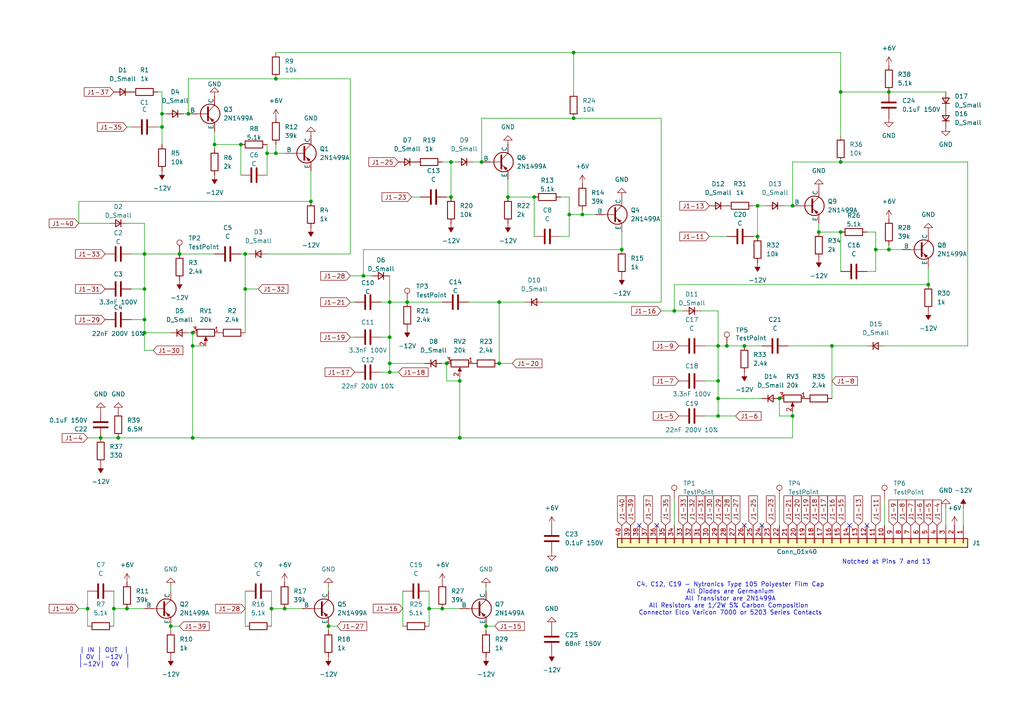
<source format=kicad_sch>
(kicad_sch (version 20250114) (generator "eeschema") (generator_version "9.0")
  (paper "A4")
  (title_block (title "Data 620 DM23 Card"))
  (text "Notched at Pins 7 and 13" (at 257.048 163.068 0) (effects (font (size 1.27 1.27))))
  (text "| IN | OUT  |\n| 0V | -12V |\n|-12V|  0V  |" (at 30.226 190.754 0) (effects (font (size 1.27 1.27))))
  (text "C4, C12, C19 - Nytronics Type 105 Polyester Film Cap\nAll Diodes are Germanium\nAll Transistor are 2N1499A\nAll Resistors are 1/2W 5% Carbon Composition \nConnector Elco Varicon 7000 or 5203 Series Contacts" (at 211.836 173.736 0) (effects (font (size 1.27 1.27))))
  (junction (at 208.28 115.57))
  (junction (at 113.03 105.41))
  (junction (at 133.35 110.49))
  (junction (at 71.12 83.82))
  (junction (at 144.78 87.63))
  (junction (at 229.87 59.69))
  (junction (at 105.41 80.01))
  (junction (at 118.11 87.63))
  (junction (at 62.23 41.91))
  (junction (at 208.28 110.49))
  (junction (at 269.24 82.55))
  (junction (at 130.81 46.99))
  (junction (at 257.81 72.39))
  (junction (at 215.9 100.33))
  (junction (at 243.84 46.99))
  (junction (at 139.7 46.99))
  (junction (at 41.91 92.71))
  (junction (at 34.29 127))
  (junction (at 29.21 127))
  (junction (at 208.28 100.33))
  (junction (at 36.83 176.53))
  (junction (at 90.17 58.42))
  (junction (at 140.97 181.61))
  (junction (at 219.71 59.69))
  (junction (at 52.07 73.66))
  (junction (at 54.61 33.02))
  (junction (at 180.34 72.39))
  (junction (at 241.3 100.33))
  (junction (at 147.32 57.15))
  (junction (at 130.81 57.15))
  (junction (at 95.25 181.61))
  (junction (at 69.85 41.91))
  (junction (at 210.82 100.33))
  (junction (at 41.91 83.82))
  (junction (at 243.84 26.67))
  (junction (at 257.81 26.67))
  (junction (at 154.94 57.15))
  (junction (at 41.91 96.52))
  (junction (at 226.06 115.57))
  (junction (at 55.88 100.33))
  (junction (at 243.84 67.31))
  (junction (at 49.53 181.61))
  (junction (at 229.87 120.65))
  (junction (at 166.37 15.24))
  (junction (at 71.12 73.66))
  (junction (at 80.01 44.45))
  (junction (at 113.03 107.95))
  (junction (at 237.49 67.31))
  (junction (at 82.55 176.53))
  (junction (at 133.35 127))
  (junction (at 168.91 62.23))
  (junction (at 124.46 176.53))
  (junction (at 113.03 97.79))
  (junction (at 33.02 176.53))
  (junction (at 208.28 120.65))
  (junction (at 46.99 36.83))
  (junction (at 77.47 44.45))
  (junction (at 25.4 176.53))
  (junction (at 113.03 87.63))
  (junction (at 129.54 105.41))
  (junction (at 55.88 127))
  (junction (at 166.37 34.29))
  (junction (at 80.01 22.86))
  (junction (at 219.71 68.58))
  (junction (at 55.88 96.52))
  (junction (at 144.78 105.41))
  (junction (at 78.74 176.53))
  (junction (at 128.27 176.53))
  (junction (at 46.99 33.02))
  (junction (at 195.58 90.17))
  (junction (at 165.1 62.23))
  (junction (at 41.91 73.66))
  (junction (at 254 72.39))
  (no_connect (at 215.9 152.4))
  (no_connect (at 246.38 152.4))
  (no_connect (at 190.5 152.4))
  (no_connect (at 220.98 152.4))
  (no_connect (at 185.42 152.4))
  (no_connect (at 251.46 152.4))
  (wire (pts (xy 25.4 127) (xy 29.21 127)))
  (wire (pts (xy 22.86 58.42) (xy 22.86 64.77)))
  (wire (pts (xy 36.83 176.53) (xy 41.91 176.53)))
  (wire (pts (xy 22.86 176.53) (xy 25.4 176.53)))
  (wire (pts (xy 52.07 181.61) (xy 49.53 181.61)))
  (wire (pts (xy 121.92 57.15) (xy 119.38 57.15)))
  (wire (pts (xy 274.32 147.32) (xy 274.32 152.4)))
  (wire (pts (xy 195.58 144.78) (xy 195.58 152.4)))
  (wire (pts (xy 80.01 44.45) (xy 82.55 44.45)))
  (wire (pts (xy 210.82 68.58) (xy 205.74 68.58)))
  (wire (pts (xy 229.87 59.69) (xy 229.87 46.99)))
  (wire (pts (xy 162.56 68.58) (xy 165.1 68.58)))
  (wire (pts (xy 124.46 176.53) (xy 124.46 181.61)))
  (wire (pts (xy 41.91 73.66) (xy 52.07 73.66)))
  (wire (pts (xy 129.54 110.49) (xy 133.35 110.49)))
  (wire (pts (xy 218.44 68.58) (xy 219.71 68.58)))
  (wire (pts (xy 208.28 100.33) (xy 210.82 100.33)))
  (wire (pts (xy 46.99 33.02) (xy 46.99 36.83)))
  (wire (pts (xy 195.58 82.55) (xy 269.24 82.55)))
  (wire (pts (xy 101.6 97.79) (xy 102.87 97.79)))
  (wire (pts (xy 257.81 26.67) (xy 274.32 26.67)))
  (wire (pts (xy 137.16 46.99) (xy 139.7 46.99)))
  (wire (pts (xy 128.27 176.53) (xy 133.35 176.53)))
  (wire (pts (xy 55.88 127) (xy 34.29 127)))
  (wire (pts (xy 118.11 87.63) (xy 128.27 87.63)))
  (wire (pts (xy 210.82 100.33) (xy 215.9 100.33)))
  (wire (pts (xy 140.97 181.61) (xy 140.97 182.88)))
  (wire (pts (xy 113.03 87.63) (xy 118.11 87.63)))
  (wire (pts (xy 95.25 181.61) (xy 95.25 182.88)))
  (wire (pts (xy 95.25 170.18) (xy 95.25 171.45)))
  (wire (pts (xy 62.23 38.1) (xy 62.23 41.91)))
  (wire (pts (xy 54.61 33.02) (xy 54.61 22.86)))
  (wire (pts (xy 55.88 127) (xy 133.35 127)))
  (wire (pts (xy 165.1 62.23) (xy 165.1 68.58)))
  (wire (pts (xy 41.91 101.6) (xy 41.91 96.52)))
  (wire (pts (xy 168.91 60.96) (xy 168.91 62.23)))
  (wire (pts (xy 251.46 67.31) (xy 254 67.31)))
  (wire (pts (xy 204.47 120.65) (xy 208.28 120.65)))
  (wire (pts (xy 80.01 15.24) (xy 166.37 15.24)))
  (wire (pts (xy 280.67 100.33) (xy 256.54 100.33)))
  (wire (pts (xy 208.28 100.33) (xy 208.28 110.49)))
  (wire (pts (xy 78.74 171.45) (xy 78.74 176.53)))
  (wire (pts (xy 22.86 58.42) (xy 90.17 58.42)))
  (wire (pts (xy 208.28 90.17) (xy 208.28 100.33)))
  (wire (pts (xy 133.35 127) (xy 229.87 127)))
  (wire (pts (xy 228.6 100.33) (xy 241.3 100.33)))
  (wire (pts (xy 269.24 77.47) (xy 269.24 82.55)))
  (wire (pts (xy 208.28 115.57) (xy 208.28 110.49)))
  (wire (pts (xy 237.49 67.31) (xy 243.84 67.31)))
  (wire (pts (xy 33.02 176.53) (xy 33.02 181.61)))
  (wire (pts (xy 80.01 41.91) (xy 80.01 44.45)))
  (wire (pts (xy 144.78 87.63) (xy 152.4 87.63)))
  (wire (pts (xy 139.7 46.99) (xy 139.7 34.29)))
  (wire (pts (xy 165.1 57.15) (xy 165.1 62.23)))
  (wire (pts (xy 55.88 100.33) (xy 55.88 127)))
  (wire (pts (xy 80.01 22.86) (xy 101.6 22.86)))
  (wire (pts (xy 195.58 90.17) (xy 198.12 90.17)))
  (wire (pts (xy 241.3 100.33) (xy 241.3 115.57)))
  (wire (pts (xy 41.91 96.52) (xy 41.91 92.71)))
  (wire (pts (xy 22.86 64.77) (xy 31.75 64.77)))
  (wire (pts (xy 78.74 176.53) (xy 82.55 176.53)))
  (wire (pts (xy 38.1 73.66) (xy 41.91 73.66)))
  (wire (pts (xy 113.03 80.01) (xy 113.03 87.63)))
  (wire (pts (xy 105.41 72.39) (xy 180.34 72.39)))
  (wire (pts (xy 101.6 80.01) (xy 105.41 80.01)))
  (wire (pts (xy 105.41 80.01) (xy 107.95 80.01)))
  (wire (pts (xy 227.33 59.69) (xy 229.87 59.69)))
  (wire (pts (xy 257.81 71.12) (xy 257.81 72.39)))
  (wire (pts (xy 123.19 105.41) (xy 113.03 105.41)))
  (wire (pts (xy 69.85 41.91) (xy 69.85 50.8)))
  (wire (pts (xy 97.79 181.61) (xy 95.25 181.61)))
  (wire (pts (xy 41.91 96.52) (xy 49.53 96.52)))
  (wire (pts (xy 226.06 120.65) (xy 226.06 115.57)))
  (wire (pts (xy 204.47 110.49) (xy 208.28 110.49)))
  (wire (pts (xy 29.21 127) (xy 34.29 127)))
  (wire (pts (xy 129.54 110.49) (xy 129.54 105.41)))
  (wire (pts (xy 110.49 107.95) (xy 113.03 107.95)))
  (wire (pts (xy 41.91 64.77) (xy 41.91 73.66)))
  (wire (pts (xy 49.53 170.18) (xy 49.53 171.45)))
  (wire (pts (xy 101.6 87.63) (xy 102.87 87.63)))
  (wire (pts (xy 113.03 105.41) (xy 113.03 107.95)))
  (wire (pts (xy 124.46 171.45) (xy 124.46 176.53)))
  (wire (pts (xy 41.91 101.6) (xy 44.45 101.6)))
  (wire (pts (xy 218.44 59.69) (xy 219.71 59.69)))
  (wire (pts (xy 105.41 72.39) (xy 105.41 80.01)))
  (wire (pts (xy 110.49 87.63) (xy 113.03 87.63)))
  (wire (pts (xy 130.81 57.15) (xy 129.54 57.15)))
  (wire (pts (xy 195.58 82.55) (xy 195.58 90.17)))
  (wire (pts (xy 254 67.31) (xy 254 72.39)))
  (wire (pts (xy 41.91 73.66) (xy 41.91 83.82)))
  (wire (pts (xy 237.49 64.77) (xy 237.49 67.31)))
  (wire (pts (xy 204.47 100.33) (xy 208.28 100.33)))
  (wire (pts (xy 113.03 107.95) (xy 115.57 107.95)))
  (wire (pts (xy 77.47 44.45) (xy 80.01 44.45)))
  (wire (pts (xy 165.1 62.23) (xy 168.91 62.23)))
  (wire (pts (xy 54.61 22.86) (xy 80.01 22.86)))
  (wire (pts (xy 113.03 87.63) (xy 113.03 97.79)))
  (wire (pts (xy 71.12 83.82) (xy 74.93 83.82)))
  (wire (pts (xy 55.88 100.33) (xy 59.69 100.33)))
  (wire (pts (xy 229.87 120.65) (xy 229.87 127)))
  (wire (pts (xy 243.84 15.24) (xy 243.84 26.67)))
  (wire (pts (xy 33.02 171.45) (xy 33.02 176.53)))
  (wire (pts (xy 71.12 73.66) (xy 72.39 73.66)))
  (wire (pts (xy 180.34 72.39) (xy 180.34 67.31)))
  (wire (pts (xy 135.89 87.63) (xy 144.78 87.63)))
  (wire (pts (xy 55.88 96.52) (xy 54.61 96.52)))
  (wire (pts (xy 226.06 144.78) (xy 226.06 152.4)))
  (wire (pts (xy 41.91 83.82) (xy 41.91 92.71)))
  (wire (pts (xy 101.6 73.66) (xy 77.47 73.66)))
  (wire (pts (xy 143.51 181.61) (xy 140.97 181.61)))
  (wire (pts (xy 251.46 78.74) (xy 254 78.74)))
  (wire (pts (xy 243.84 46.99) (xy 280.67 46.99)))
  (wire (pts (xy 147.32 52.07) (xy 147.32 57.15)))
  (wire (pts (xy 166.37 15.24) (xy 243.84 15.24)))
  (wire (pts (xy 144.78 87.63) (xy 144.78 105.41)))
  (wire (pts (xy 49.53 181.61) (xy 49.53 182.88)))
  (wire (pts (xy 191.77 87.63) (xy 191.77 34.29)))
  (wire (pts (xy 166.37 15.24) (xy 166.37 26.67)))
  (wire (pts (xy 82.55 176.53) (xy 87.63 176.53)))
  (wire (pts (xy 46.99 36.83) (xy 45.72 36.83)))
  (wire (pts (xy 110.49 97.79) (xy 113.03 97.79)))
  (wire (pts (xy 41.91 64.77) (xy 36.83 64.77)))
  (wire (pts (xy 208.28 120.65) (xy 213.36 120.65)))
  (wire (pts (xy 148.59 105.41) (xy 144.78 105.41)))
  (wire (pts (xy 243.84 26.67) (xy 243.84 39.37)))
  (wire (pts (xy 256.54 144.78) (xy 256.54 152.4)))
  (wire (pts (xy 71.12 171.45) (xy 71.12 181.61)))
  (wire (pts (xy 279.4 147.32) (xy 279.4 152.4)))
  (wire (pts (xy 166.37 34.29) (xy 191.77 34.29)))
  (wire (pts (xy 38.1 83.82) (xy 41.91 83.82)))
  (wire (pts (xy 77.47 41.91) (xy 77.47 44.45)))
  (wire (pts (xy 78.74 176.53) (xy 78.74 181.61)))
  (wire (pts (xy 90.17 49.53) (xy 90.17 58.42)))
  (wire (pts (xy 101.6 22.86) (xy 101.6 73.66)))
  (wire (pts (xy 191.77 90.17) (xy 195.58 90.17)))
  (wire (pts (xy 25.4 176.53) (xy 25.4 181.61)))
  (wire (pts (xy 45.72 26.67) (xy 46.99 26.67)))
  (wire (pts (xy 139.7 34.29) (xy 166.37 34.29)))
  (wire (pts (xy 25.4 171.45) (xy 25.4 176.53)))
  (wire (pts (xy 62.23 41.91) (xy 62.23 43.18)))
  (wire (pts (xy 229.87 119.38) (xy 229.87 120.65)))
  (wire (pts (xy 140.97 170.18) (xy 140.97 171.45)))
  (wire (pts (xy 130.81 46.99) (xy 130.81 57.15)))
  (wire (pts (xy 241.3 100.33) (xy 251.46 100.33)))
  (wire (pts (xy 62.23 41.91) (xy 69.85 41.91)))
  (wire (pts (xy 219.71 59.69) (xy 222.25 59.69)))
  (wire (pts (xy 46.99 36.83) (xy 46.99 41.91)))
  (wire (pts (xy 168.91 62.23) (xy 172.72 62.23)))
  (wire (pts (xy 215.9 100.33) (xy 220.98 100.33)))
  (wire (pts (xy 46.99 33.02) (xy 48.26 33.02)))
  (wire (pts (xy 154.94 57.15) (xy 154.94 68.58)))
  (wire (pts (xy 254 72.39) (xy 257.81 72.39)))
  (wire (pts (xy 69.85 73.66) (xy 71.12 73.66)))
  (wire (pts (xy 162.56 57.15) (xy 165.1 57.15)))
  (wire (pts (xy 46.99 26.67) (xy 46.99 33.02)))
  (wire (pts (xy 229.87 46.99) (xy 243.84 46.99)))
  (wire (pts (xy 280.67 46.99) (xy 280.67 100.33)))
  (wire (pts (xy 55.88 96.52) (xy 55.88 100.33)))
  (wire (pts (xy 38.1 92.71) (xy 41.91 92.71)))
  (wire (pts (xy 208.28 120.65) (xy 208.28 115.57)))
  (wire (pts (xy 133.35 110.49) (xy 133.35 127)))
  (wire (pts (xy 130.81 46.99) (xy 132.08 46.99)))
  (wire (pts (xy 226.06 120.65) (xy 229.87 120.65)))
  (wire (pts (xy 147.32 57.15) (xy 154.94 57.15)))
  (wire (pts (xy 124.46 176.53) (xy 128.27 176.53)))
  (wire (pts (xy 77.47 44.45) (xy 77.47 50.8)))
  (wire (pts (xy 157.48 87.63) (xy 191.77 87.63)))
  (wire (pts (xy 208.28 115.57) (xy 220.98 115.57)))
  (wire (pts (xy 53.34 33.02) (xy 54.61 33.02)))
  (wire (pts (xy 254 72.39) (xy 254 78.74)))
  (wire (pts (xy 257.81 72.39) (xy 261.62 72.39)))
  (wire (pts (xy 71.12 73.66) (xy 71.12 83.82)))
  (wire (pts (xy 52.07 73.66) (xy 62.23 73.66)))
  (wire (pts (xy 243.84 26.67) (xy 257.81 26.67)))
  (wire (pts (xy 203.2 90.17) (xy 208.28 90.17)))
  (wire (pts (xy 129.54 105.41) (xy 128.27 105.41)))
  (wire (pts (xy 116.84 171.45) (xy 116.84 181.61)))
  (wire (pts (xy 33.02 176.53) (xy 36.83 176.53)))
  (wire (pts (xy 243.84 67.31) (xy 243.84 78.74)))
  (wire (pts (xy 219.71 59.69) (xy 219.71 68.58)))
  (wire (pts (xy 133.35 110.49) (xy 133.35 109.22)))
  (wire (pts (xy 71.12 96.52) (xy 71.12 83.82)))
  (wire (pts (xy 130.81 46.99) (xy 128.27 46.99)))
  (wire (pts (xy 38.1 36.83) (xy 36.83 36.83)))
  (wire (pts (xy 113.03 105.41) (xy 113.03 97.79)))
  (global_label "J1-7" (shape input) (at 196.85 110.49 180) (property "Intersheetrefs" "${INTERSHEET_REFS}" (effects (hide yes))))
  (global_label "J1-27" (shape input) (at 97.79 181.61 0) (property "Intersheetrefs" "${INTERSHEET_REFS}" (effects (hide yes))))
  (global_label "J1-7" (shape input) (at 264.16 152.4 90) (property "Intersheetrefs" "${INTERSHEET_REFS}" (effects (hide yes))))
  (global_label "J1-37" (shape input) (at 33.02 26.67 180) (property "Intersheetrefs" "${INTERSHEET_REFS}" (effects (hide yes))))
  (global_label "J1-28" (shape input) (at 71.12 176.53 180) (property "Intersheetrefs" "${INTERSHEET_REFS}" (effects (hide yes))))
  (global_label "J1-28" (shape input) (at 101.6 80.01 180) (property "Intersheetrefs" "${INTERSHEET_REFS}" (effects (hide yes))))
  (global_label "J1-40" (shape input) (at 180.34 152.4 90) (property "Intersheetrefs" "${INTERSHEET_REFS}" (effects (hide yes))))
  (global_label "J1-9" (shape input) (at 259.08 152.4 90) (property "Intersheetrefs" "${INTERSHEET_REFS}" (effects (hide yes))))
  (global_label "J1-40" (shape input) (at 22.86 176.53 180) (property "Intersheetrefs" "${INTERSHEET_REFS}" (effects (hide yes))))
  (global_label "J1-23" (shape input) (at 119.38 57.15 180) (property "Intersheetrefs" "${INTERSHEET_REFS}" (effects (hide yes))))
  (global_label "J1-28" (shape input) (at 210.82 152.4 90) (property "Intersheetrefs" "${INTERSHEET_REFS}" (effects (hide yes))))
  (global_label "J1-17" (shape input) (at 238.76 152.4 90) (property "Intersheetrefs" "${INTERSHEET_REFS}" (effects (hide yes))))
  (global_label "J1-5" (shape input) (at 269.24 152.4 90) (property "Intersheetrefs" "${INTERSHEET_REFS}" (effects (hide yes))))
  (global_label "J1-13" (shape input) (at 248.92 152.4 90) (property "Intersheetrefs" "${INTERSHEET_REFS}" (effects (hide yes))))
  (global_label "J1-27" (shape input) (at 213.36 152.4 90) (property "Intersheetrefs" "${INTERSHEET_REFS}" (effects (hide yes))))
  (global_label "J1-20" (shape input) (at 148.59 105.41 0) (property "Intersheetrefs" "${INTERSHEET_REFS}" (effects (hide yes))))
  (global_label "J1-18" (shape input) (at 236.22 152.4 90) (property "Intersheetrefs" "${INTERSHEET_REFS}" (effects (hide yes))))
  (global_label "J1-6" (shape input) (at 213.36 120.65 0) (property "Intersheetrefs" "${INTERSHEET_REFS}" (effects (hide yes))))
  (global_label "J1-25" (shape input) (at 115.57 46.99 180) (property "Intersheetrefs" "${INTERSHEET_REFS}" (effects (hide yes))))
  (global_label "J1-39" (shape input) (at 52.07 181.61 0) (property "Intersheetrefs" "${INTERSHEET_REFS}" (effects (hide yes))))
  (global_label "J1-30" (shape input) (at 205.74 152.4 90) (property "Intersheetrefs" "${INTERSHEET_REFS}" (effects (hide yes))))
  (global_label "J1-31" (shape input) (at 30.48 83.82 180) (property "Intersheetrefs" "${INTERSHEET_REFS}" (effects (hide yes))))
  (global_label "J1-23" (shape input) (at 223.52 152.4 90) (property "Intersheetrefs" "${INTERSHEET_REFS}" (effects (hide yes))))
  (global_label "J1-39" (shape input) (at 182.88 152.4 90) (property "Intersheetrefs" "${INTERSHEET_REFS}" (effects (hide yes))))
  (global_label "J1-20" (shape input) (at 231.14 152.4 90) (property "Intersheetrefs" "${INTERSHEET_REFS}" (effects (hide yes))))
  (global_label "J1-33" (shape input) (at 30.48 73.66 180) (property "Intersheetrefs" "${INTERSHEET_REFS}" (effects (hide yes))))
  (global_label "J1-17" (shape input) (at 102.87 107.95 180) (property "Intersheetrefs" "${INTERSHEET_REFS}" (effects (hide yes))))
  (global_label "J1-21" (shape input) (at 228.6 152.4 90) (property "Intersheetrefs" "${INTERSHEET_REFS}" (effects (hide yes))))
  (global_label "J1-16" (shape input) (at 191.77 90.17 180) (property "Intersheetrefs" "${INTERSHEET_REFS}" (effects (hide yes))))
  (global_label "J1-9" (shape input) (at 196.85 100.33 180) (property "Intersheetrefs" "${INTERSHEET_REFS}" (effects (hide yes))))
  (global_label "J1-21" (shape input) (at 101.6 87.63 180) (property "Intersheetrefs" "${INTERSHEET_REFS}" (effects (hide yes))))
  (global_label "J1-13" (shape input) (at 205.74 59.69 180) (property "Intersheetrefs" "${INTERSHEET_REFS}" (effects (hide yes))))
  (global_label "J1-25" (shape input) (at 218.44 152.4 90) (property "Intersheetrefs" "${INTERSHEET_REFS}" (effects (hide yes))))
  (global_label "J1-35" (shape input) (at 36.83 36.83 180) (property "Intersheetrefs" "${INTERSHEET_REFS}" (effects (hide yes))))
  (global_label "J1-5" (shape input) (at 196.85 120.65 180) (property "Intersheetrefs" "${INTERSHEET_REFS}" (effects (hide yes))))
  (global_label "J1-29" (shape input) (at 30.48 92.71 180) (property "Intersheetrefs" "${INTERSHEET_REFS}" (effects (hide yes))))
  (global_label "J1-6" (shape input) (at 266.7 152.4 90) (property "Intersheetrefs" "${INTERSHEET_REFS}" (effects (hide yes))))
  (global_label "J1-32" (shape input) (at 74.93 83.82 0) (property "Intersheetrefs" "${INTERSHEET_REFS}" (effects (hide yes))))
  (global_label "J1-31" (shape input) (at 203.2 152.4 90) (property "Intersheetrefs" "${INTERSHEET_REFS}" (effects (hide yes))))
  (global_label "J1-32" (shape input) (at 200.66 152.4 90) (property "Intersheetrefs" "${INTERSHEET_REFS}" (effects (hide yes))))
  (global_label "J1-18" (shape input) (at 115.57 107.95 0) (property "Intersheetrefs" "${INTERSHEET_REFS}" (effects (hide yes))))
  (global_label "J1-35" (shape input) (at 193.04 152.4 90) (property "Intersheetrefs" "${INTERSHEET_REFS}" (effects (hide yes))))
  (global_label "J1-15" (shape input) (at 243.84 152.4 90) (property "Intersheetrefs" "${INTERSHEET_REFS}" (effects (hide yes))))
  (global_label "J1-8" (shape input) (at 241.3 110.49 0) (property "Intersheetrefs" "${INTERSHEET_REFS}" (effects (hide yes))))
  (global_label "J1-19" (shape input) (at 233.68 152.4 90) (property "Intersheetrefs" "${INTERSHEET_REFS}" (effects (hide yes))))
  (global_label "J1-40" (shape input) (at 22.86 64.77 180) (property "Intersheetrefs" "${INTERSHEET_REFS}" (effects (hide yes))))
  (global_label "J1-19" (shape input) (at 101.6 97.79 180) (property "Intersheetrefs" "${INTERSHEET_REFS}" (effects (hide yes))))
  (global_label "J1-16" (shape input) (at 241.3 152.4 90) (property "Intersheetrefs" "${INTERSHEET_REFS}" (effects (hide yes))))
  (global_label "J1-11" (shape input) (at 205.74 68.58 180) (property "Intersheetrefs" "${INTERSHEET_REFS}" (effects (hide yes))))
  (global_label "J1-15" (shape input) (at 143.51 181.61 0) (property "Intersheetrefs" "${INTERSHEET_REFS}" (effects (hide yes))))
  (global_label "J1-11" (shape input) (at 254 152.4 90) (property "Intersheetrefs" "${INTERSHEET_REFS}" (effects (hide yes))))
  (global_label "J1-37" (shape input) (at 187.96 152.4 90) (property "Intersheetrefs" "${INTERSHEET_REFS}" (effects (hide yes))))
  (global_label "J1-30" (shape input) (at 44.45 101.6 0) (property "Intersheetrefs" "${INTERSHEET_REFS}" (effects (hide yes))))
  (global_label "J1-29" (shape input) (at 208.28 152.4 90) (property "Intersheetrefs" "${INTERSHEET_REFS}" (effects (hide yes))))
  (global_label "J1-4" (shape input) (at 271.78 152.4 90) (property "Intersheetrefs" "${INTERSHEET_REFS}" (effects (hide yes))))
  (global_label "J1-4" (shape input) (at 25.4 127 180) (property "Intersheetrefs" "${INTERSHEET_REFS}" (effects (hide yes))))
  (global_label "J1-16" (shape input) (at 116.84 176.4908 180) (property "Intersheetrefs" "${INTERSHEET_REFS}" (effects (hide yes))))
  (global_label "J1-8" (shape input) (at 261.62 152.4 90) (property "Intersheetrefs" "${INTERSHEET_REFS}" (effects (hide yes))))
  (global_label "J1-33" (shape input) (at 198.12 152.4 90) (property "Intersheetrefs" "${INTERSHEET_REFS}" (effects (hide yes))))
  (symbol (lib_id "Device:C") (at 34.29 73.66 90) (unit 1)
    (property "Reference" "C2" (at 34.29 67.564 90))
    (property "Value" "C" (at 34.29 70.104 90))
    (property "Footprint" "Capacitor_THT:C_Rect_L9.0mm_W2.5mm_P7.50mm_MKT" (effects (hide yes)))
    (property "Description" "Unpolarized capacitor" (effects (hide yes)))
  )
  (symbol (lib_id "Device:R") (at 158.75 57.15 270) (unit 1)
    (property "Reference" "R13" (at 158.75 52.324 90))
    (property "Value" "5.1k" (at 158.75 54.864 90))
    (property "Footprint" "Resistor_THT:R_Axial_DIN0309_L9.0mm_D3.2mm_P15.24mm_Horizontal" (effects (hide yes)))
    (property "Description" "Resistor" (effects (hide yes)))
  )
  (symbol (lib_id "power:-12V") (at 130.81 64.77 180) (unit 1)
    (property "Reference" "#PWR035" (effects (hide yes)))
    (property "Value" "-12V" (at 130.81 69.85 0))
    (property "Description" "Power symbol creates a global label with name \"-12V\"" (effects (hide yes)))
  )
  (symbol (lib_id "Device:R") (at 67.31 96.52 270) (unit 1)
    (property "Reference" "R2" (at 67.31 90.17 90))
    (property "Value" "2.4k" (at 67.31 92.71 90))
    (property "Footprint" "Resistor_THT:R_Axial_DIN0309_L9.0mm_D3.2mm_P15.24mm_Horizontal" (effects (hide yes)))
    (property "Description" "Resistor" (effects (hide yes)))
  )
  (symbol (lib_id "Device:R") (at 269.24 86.36 0) (unit 1)
    (property "Reference" "R30" (at 271.78 85.0899 0) (effects (justify left)))
    (property "Value" "1k" (at 271.78 87.6299 0) (effects (justify left)))
    (property "Footprint" "Resistor_THT:R_Axial_DIN0309_L9.0mm_D3.2mm_P15.24mm_Horizontal" (effects (hide yes)))
    (property "Description" "Resistor" (effects (hide yes)))
  )
  (symbol (lib_id "power:GND") (at 62.23 27.94 180) (unit 1)
    (property "Reference" "#PWR06" (effects (hide yes)))
    (property "Value" "GND" (at 62.23 24.384 0))
    (property "Description" "Power symbol creates a global label with name \"GND\" , ground" (effects (hide yes)))
  )
  (symbol (lib_id "Device:D_Small") (at 274.32 29.21 90) (unit 1)
    (property "Reference" "D17" (at 276.86 27.9399 90) (effects (justify right)))
    (property "Value" "D_Small" (at 276.86 30.4799 90) (effects (justify right)))
    (property "Footprint" "Diode_THT:D_A-405_P12.70mm_Horizontal" (effects (hide yes)))
    (property "Description" "Diode, small symbol" (effects (hide yes)))
    (property "Sim.Device" "D" (effects (hide yes)))
    (property "Sim.Pins" "1=K 2=A" (effects (hide yes)))
  )
  (symbol (lib_id "power:+6V") (at 257.81 63.5 0) (unit 1)
    (property "Reference" "#PWR016" (effects (hide yes)))
    (property "Value" "+6V" (at 257.81 58.42 0))
    (property "Description" "Power symbol creates a global label with name \"+6V\"" (effects (hide yes)))
  )
  (symbol (lib_id "power:-12V") (at 52.07 81.28 180) (unit 1)
    (property "Reference" "#PWR034" (effects (hide yes)))
    (property "Value" "-12V" (at 52.07 86.36 0))
    (property "Description" "Power symbol creates a global label with name \"-12V\"" (effects (hide yes)))
  )
  (symbol (lib_id "Device:D_Small") (at 224.79 59.69 180) (unit 1)
    (property "Reference" "D13" (at 224.79 53.34 0))
    (property "Value" "D_Small" (at 224.79 55.88 0))
    (property "Footprint" "Diode_THT:D_A-405_P12.70mm_Horizontal" (effects (hide yes)))
    (property "Description" "Diode, small symbol" (effects (hide yes)))
    (property "Sim.Device" "D" (effects (hide yes)))
    (property "Sim.Pins" "1=K 2=A" (effects (hide yes)))
  )
  (symbol (lib_id "power:GND") (at 140.97 170.18 180) (unit 1)
    (property "Reference" "#PWR017" (effects (hide yes)))
    (property "Value" "GND" (at 140.97 165.1 0))
    (property "Description" "Power symbol creates a global label with name \"GND\" , ground" (effects (hide yes)))
  )
  (symbol (lib_id "Device:R") (at 29.21 130.81 180) (unit 1)
    (property "Reference" "R37" (at 31.75 129.5399 0) (effects (justify right)))
    (property "Value" "330" (at 31.75 132.0799 0) (effects (justify right)))
    (property "Footprint" "Resistor_THT:R_Axial_DIN0309_L9.0mm_D3.2mm_P15.24mm_Horizontal" (effects (hide yes)))
    (property "Description" "Resistor" (effects (hide yes)))
  )
  (symbol (lib_id "Device:R") (at 140.97 186.69 180) (unit 1)
    (property "Reference" "R29" (at 143.51 185.4199 0) (effects (justify right)))
    (property "Value" "1k" (at 143.51 187.9599 0) (effects (justify right)))
    (property "Footprint" "Resistor_THT:R_Axial_DIN0309_L9.0mm_D3.2mm_P15.24mm_Horizontal" (effects (hide yes)))
    (property "Description" "Resistor" (effects (hide yes)))
  )
  (symbol (lib_id "Device:C") (at 158.75 68.58 270) (unit 1)
    (property "Reference" "C8" (at 158.75 60.96 90))
    (property "Value" "C" (at 158.75 63.5 90))
    (property "Footprint" "Capacitor_THT:C_Rect_L9.0mm_W2.5mm_P7.50mm_MKT" (effects (hide yes)))
    (property "Description" "Unpolarized capacitor" (effects (hide yes)))
  )
  (symbol (lib_id "Simulation_SPICE:PNP") (at 92.71 176.53 0) (unit 1)
    (property "Reference" "Q5" (at 97.79 175.2599 0) (effects (justify left)))
    (property "Value" "2N1499A" (at 97.79 177.7999 0) (effects (justify left)))
    (property "Footprint" "Package_TO_SOT_THT:TO-39-3" (effects (hide yes)))
    (property "Datasheet" "https://ngspice.sourceforge.io/docs/ngspice-html-manual/manual.xhtml#cha_BJTs" (effects (hide yes)))
    (property "Description" "Bipolar transistor symbol for simulation only, substrate tied to the emitter" (effects (hide yes)))
    (property "Sim.Device" "PNP" (effects (hide yes)))
    (property "Sim.Type" "GUMMELPOON" (effects (hide yes)))
    (property "Sim.Pins" "1=C 2=B 3=E" (effects (hide yes)))
  )
  (symbol (lib_id "power:GND") (at 34.29 119.38 180) (unit 1)
    (property "Reference" "#PWR030" (effects (hide yes)))
    (property "Value" "GND" (at 34.29 114.3 0))
    (property "Description" "Power symbol creates a global label with name \"GND\" , ground" (effects (hide yes)))
  )
  (symbol (lib_id "Connector:TestPoint") (at 118.11 87.63 0) (unit 1)
    (property "Reference" "TP3" (at 120.65 83.0579 0) (effects (justify left)))
    (property "Value" "TestPoint" (at 120.65 85.5979 0) (effects (justify left)))
    (property "Footprint" "TestPoint:TestPoint_Keystone_5000-5004_Miniature" (effects (hide yes)))
    (property "Description" "test point" (effects (hide yes)))
  )
  (symbol (lib_id "power:-12V") (at 279.4 147.32 0) (unit 1)
    (property "Reference" "#PWR039" (effects (hide yes)))
    (property "Value" "-12V" (at 279.4 142.24 0))
    (property "Description" "Power symbol creates a global label with name \"-12V\"" (effects (hide yes)))
  )
  (symbol (lib_id "Connector:TestPoint") (at 52.07 73.66 0) (unit 1)
    (property "Reference" "TP2" (at 54.61 69.0879 0) (effects (justify left)))
    (property "Value" "TestPoint" (at 54.61 71.6279 0) (effects (justify left)))
    (property "Footprint" "TestPoint:TestPoint_Keystone_5000-5004_Miniature" (effects (hide yes)))
    (property "Description" "test point" (effects (hide yes)))
  )
  (symbol (lib_id "Device:R") (at 90.17 62.23 0) (unit 1)
    (property "Reference" "R4" (at 92.71 60.9599 0) (effects (justify left)))
    (property "Value" "1k" (at 92.71 63.4999 0) (effects (justify left)))
    (property "Footprint" "Resistor_THT:R_Axial_DIN0309_L9.0mm_D3.2mm_P15.24mm_Horizontal" (effects (hide yes)))
    (property "Description" "Resistor" (effects (hide yes)))
  )
  (symbol (lib_id "power:-12V") (at 118.11 95.25 180) (unit 1)
    (property "Reference" "#PWR038" (effects (hide yes)))
    (property "Value" "-12V" (at 118.11 100.33 0))
    (property "Description" "Power symbol creates a global label with name \"-12V\"" (effects (hide yes)))
  )
  (symbol (lib_id "Device:R") (at 180.34 76.2 0) (unit 1)
    (property "Reference" "R15" (at 182.88 74.9299 0) (effects (justify left)))
    (property "Value" "1k" (at 182.88 77.4699 0) (effects (justify left)))
    (property "Footprint" "Resistor_THT:R_Axial_DIN0309_L9.0mm_D3.2mm_P15.24mm_Horizontal" (effects (hide yes)))
    (property "Description" "Resistor" (effects (hide yes)))
  )
  (symbol (lib_id "Device:D_Small") (at 200.66 90.17 180) (unit 1)
    (property "Reference" "D11" (at 200.66 85.344 0))
    (property "Value" "D_Small" (at 200.66 87.884 0))
    (property "Footprint" "Diode_THT:D_A-405_P12.70mm_Horizontal" (effects (hide yes)))
    (property "Description" "Diode, small symbol" (effects (hide yes)))
    (property "Sim.Device" "D" (effects (hide yes)))
    (property "Sim.Pins" "1=K 2=A" (effects (hide yes)))
  )
  (symbol (lib_id "Device:C") (at 41.91 36.83 90) (unit 1)
    (property "Reference" "C1" (at 41.91 29.718 90))
    (property "Value" "C" (at 41.91 31.75 90))
    (property "Footprint" "Capacitor_THT:C_Rect_L9.0mm_W2.5mm_P7.50mm_MKT" (effects (hide yes)))
    (property "Description" "Unpolarized capacitor" (effects (hide yes)))
  )
  (symbol (lib_id "Device:D_Small") (at 125.73 105.41 0) (unit 1)
    (property "Reference" "D8" (at 125.73 99.06 0))
    (property "Value" "D_Small" (at 125.73 101.6 0))
    (property "Footprint" "Diode_THT:D_A-405_P12.70mm_Horizontal" (effects (hide yes)))
    (property "Description" "Diode, small symbol" (effects (hide yes)))
    (property "Sim.Device" "D" (effects (hide yes)))
    (property "Sim.Pins" "1=K 2=A" (effects (hide yes)))
  )
  (symbol (lib_id "Device:D_Small") (at 110.49 80.01 180) (unit 1)
    (property "Reference" "D6" (at 110.49 75.438 0))
    (property "Value" "D_Small" (at 110.49 77.978 0))
    (property "Footprint" "Diode_THT:D_A-405_P12.70mm_Horizontal" (effects (hide yes)))
    (property "Description" "Diode, small symbol" (effects (hide yes)))
    (property "Sim.Device" "D" (effects (hide yes)))
    (property "Sim.Pins" "1=K 2=A" (effects (hide yes)))
  )
  (symbol (lib_id "Device:C") (at 214.63 68.58 90) (unit 1)
    (property "Reference" "C20" (at 214.63 62.23 90))
    (property "Value" "C" (at 214.63 64.77 90))
    (property "Footprint" "Capacitor_THT:C_Rect_L9.0mm_W2.5mm_P7.50mm_MKT" (effects (hide yes)))
    (property "Description" "Unpolarized capacitor" (effects (hide yes)))
  )
  (symbol (lib_id "Device:C") (at 34.29 92.71 270) (unit 1)
    (property "Reference" "C4" (at 34.29 89.154 90))
    (property "Value" "22nF 200V 10%" (at 34.29 96.774 90))
    (property "Footprint" "Capacitor_THT:CP_Axial_L11.0mm_D5.0mm_P18.00mm_Horizontal" (effects (hide yes)))
    (property "Description" "Unpolarized capacitor" (effects (hide yes)))
  )
  (symbol (lib_id "Device:R") (at 140.97 105.41 270) (unit 1)
    (property "Reference" "R23" (at 140.97 99.06 90))
    (property "Value" "2.4k" (at 140.97 101.6 90))
    (property "Footprint" "Resistor_THT:R_Axial_DIN0309_L9.0mm_D3.2mm_P15.24mm_Horizontal" (effects (hide yes)))
    (property "Description" "Resistor" (effects (hide yes)))
  )
  (symbol (lib_id "power:-12V") (at 237.49 74.93 180) (unit 1)
    (property "Reference" "#PWR041" (effects (hide yes)))
    (property "Value" "-12V" (at 237.49 80.01 0))
    (property "Description" "Power symbol creates a global label with name \"-12V\"" (effects (hide yes)))
  )
  (symbol (lib_id "power:-12V") (at 29.21 134.62 180) (unit 1)
    (property "Reference" "#PWR027" (effects (hide yes)))
    (property "Value" "-12V" (at 29.21 139.7 0))
    (property "Description" "Power symbol creates a global label with name \"-12V\"" (effects (hide yes)))
  )
  (symbol (lib_id "power:+6V") (at 276.86 152.4 0) (unit 1)
    (property "Reference" "#PWR01" (effects (hide yes)))
    (property "Value" "+6V" (at 276.86 147.32 0))
    (property "Description" "Power symbol creates a global label with name \"+6V\"" (effects (hide yes)))
  )
  (symbol (lib_id "power:GND") (at 274.32 147.32 180) (unit 1)
    (property "Reference" "#PWR03" (effects (hide yes)))
    (property "Value" "GND" (at 274.32 142.24 0))
    (property "Description" "Power symbol creates a global label with name \"GND\" , ground" (effects (hide yes)))
  )
  (symbol (lib_id "Simulation_SPICE:PNP") (at 46.99 176.53 0) (unit 1)
    (property "Reference" "Q2" (at 52.07 175.2599 0) (effects (justify left)))
    (property "Value" "2N1499A" (at 52.07 177.7999 0) (effects (justify left)))
    (property "Footprint" "Package_TO_SOT_THT:TO-39-3" (effects (hide yes)))
    (property "Datasheet" "https://ngspice.sourceforge.io/docs/ngspice-html-manual/manual.xhtml#cha_BJTs" (effects (hide yes)))
    (property "Description" "Bipolar transistor symbol for simulation only, substrate tied to the emitter" (effects (hide yes)))
    (property "Sim.Device" "PNP" (effects (hide yes)))
    (property "Sim.Type" "GUMMELPOON" (effects (hide yes)))
    (property "Sim.Pins" "1=C 2=B 3=E" (effects (hide yes)))
  )
  (symbol (lib_id "Device:R") (at 214.63 59.69 270) (unit 1)
    (property "Reference" "R31" (at 214.63 53.34 90))
    (property "Value" "1k" (at 214.63 55.88 90))
    (property "Footprint" "Resistor_THT:R_Axial_DIN0309_L9.0mm_D3.2mm_P15.24mm_Horizontal" (effects (hide yes)))
    (property "Description" "Resistor" (effects (hide yes)))
  )
  (symbol (lib_id "power:-12V") (at 269.24 90.17 180) (unit 1)
    (property "Reference" "#PWR042" (effects (hide yes)))
    (property "Value" "-12V" (at 269.24 95.25 0))
    (property "Description" "Power symbol creates a global label with name \"-12V\"" (effects (hide yes)))
  )
  (symbol (lib_id "power:-12V") (at 90.17 66.04 180) (unit 1)
    (property "Reference" "#PWR032" (effects (hide yes)))
    (property "Value" "-12V" (at 90.17 71.12 0))
    (property "Description" "Power symbol creates a global label with name \"-12V\"" (effects (hide yes)))
  )
  (symbol (lib_id "Device:R") (at 219.71 72.39 0) (unit 1)
    (property "Reference" "R32" (at 222.25 71.1199 0) (effects (justify left)))
    (property "Value" "10k" (at 222.25 73.6599 0) (effects (justify left)))
    (property "Footprint" "Resistor_THT:R_Axial_DIN0309_L9.0mm_D3.2mm_P15.24mm_Horizontal" (effects (hide yes)))
    (property "Description" "Resistor" (effects (hide yes)))
  )
  (symbol (lib_id "Connector:TestPoint") (at 195.58 144.78 0) (unit 1)
    (property "Reference" "TP1" (at 198.12 140.2079 0) (effects (justify left)))
    (property "Value" "TestPoint" (at 198.12 142.7479 0) (effects (justify left)))
    (property "Footprint" "TestPoint:TestPoint_Keystone_5000-5004_Miniature" (effects (hide yes)))
    (property "Description" "test point" (effects (hide yes)))
  )
  (symbol (lib_id "Device:R") (at 80.01 38.1 180) (unit 1)
    (property "Reference" "R12" (at 82.55 36.8299 0) (effects (justify right)))
    (property "Value" "39k" (at 82.55 39.3699 0) (effects (justify right)))
    (property "Footprint" "Resistor_THT:R_Axial_DIN0309_L9.0mm_D3.2mm_P15.24mm_Horizontal" (effects (hide yes)))
    (property "Description" "Resistor" (effects (hide yes)))
  )
  (symbol (lib_id "Device:D_Small") (at 208.28 59.69 180) (unit 1)
    (property "Reference" "D12" (at 208.28 53.34 0))
    (property "Value" "D_Small" (at 208.28 55.88 0))
    (property "Footprint" "Diode_THT:D_A-405_P12.70mm_Horizontal" (effects (hide yes)))
    (property "Description" "Diode, small symbol" (effects (hide yes)))
    (property "Sim.Device" "D" (effects (hide yes)))
    (property "Sim.Pins" "1=K 2=A" (effects (hide yes)))
  )
  (symbol (lib_id "Connector:TestPoint") (at 210.82 100.33 0) (unit 1)
    (property "Reference" "TP5" (at 213.36 95.7579 0) (effects (justify left)))
    (property "Value" "TestPoint" (at 213.36 98.044 0) (effects (justify left)))
    (property "Footprint" "TestPoint:TestPoint_Keystone_5000-5004_Miniature" (effects (hide yes)))
    (property "Description" "test point" (effects (hide yes)))
  )
  (symbol (lib_id "power:GND") (at 257.81 34.29 0) (unit 1)
    (property "Reference" "#PWR029" (effects (hide yes)))
    (property "Value" "GND" (at 257.81 39.37 0))
    (property "Description" "Power symbol creates a global label with name \"GND\" , ground" (effects (hide yes)))
  )
  (symbol (lib_id "Connector_Generic:Conn_01x40") (at 231.14 157.48 270) (unit 1)
    (property "Reference" "J1" (at 283.21 157.48 90))
    (property "Value" "Conn_01x40" (at 231.14 160.02 90))
    (property "Footprint" "Logi620:ELCO 40" (effects (hide yes)))
    (property "Description" "Generic connector, single row, 01x40, script generated (kicad-library-utils/schlib/autogen/connector/)" (effects (hide yes)))
  )
  (symbol (lib_id "Device:C") (at 29.21 123.19 0) (unit 1)
    (property "Reference" "C22" (at 25.4 124.4601 0) (effects (justify right)))
    (property "Value" "0.1uF 150V" (at 25.4 121.9201 0) (effects (justify right)))
    (property "Footprint" "Capacitor_THT:C_Axial_L5.1mm_D3.1mm_P15.00mm_Horizontal" (effects (hide yes)))
    (property "Description" "Unpolarized capacitor" (effects (hide yes)))
  )
  (symbol (lib_id "power:-12V") (at 46.99 49.53 180) (unit 1)
    (property "Reference" "#PWR033" (effects (hide yes)))
    (property "Value" "-12V" (at 46.99 54.61 0))
    (property "Description" "Power symbol creates a global label with name \"-12V\"" (effects (hide yes)))
  )
  (symbol (lib_id "Device:C") (at 106.68 97.79 270) (unit 1)
    (property "Reference" "C11" (at 106.68 93.472 90))
    (property "Value" "3.3nF 100V" (at 106.68 101.6 90))
    (property "Footprint" "Capacitor_THT:CP_Axial_L10.0mm_D4.5mm_P15.00mm_Horizontal" (effects (hide yes)))
    (property "Description" "Unpolarized capacitor" (effects (hide yes)))
  )
  (symbol (lib_id "Device:D_Small") (at 254 100.33 0) (unit 1)
    (property "Reference" "D15" (at 254 93.98 0))
    (property "Value" "D_Small" (at 254 96.52 0))
    (property "Footprint" "Diode_THT:D_A-405_P12.70mm_Horizontal" (effects (hide yes)))
    (property "Description" "Diode, small symbol" (effects (hide yes)))
    (property "Sim.Device" "D" (effects (hide yes)))
    (property "Sim.Pins" "1=K 2=A" (effects (hide yes)))
  )
  (symbol (lib_id "Device:R_Potentiometer") (at 133.35 105.41 270) (unit 1)
    (property "Reference" "RV2" (at 133.35 99.06 90))
    (property "Value" "20k" (at 133.35 101.6 90))
    (property "Footprint" "Potentiometer_THT:Potentiometer_Bourns_3006W_Horizontal" (effects (hide yes)))
    (property "Description" "Potentiometer" (effects (hide yes)))
  )
  (symbol (lib_id "Simulation_SPICE:PNP") (at 144.78 46.99 0) (unit 1)
    (property "Reference" "Q6" (at 149.86 45.7199 0) (effects (justify left)))
    (property "Value" "2N1499A" (at 149.86 48.2599 0) (effects (justify left)))
    (property "Footprint" "Package_TO_SOT_THT:TO-39-3" (effects (hide yes)))
    (property "Datasheet" "https://ngspice.sourceforge.io/docs/ngspice-html-manual/manual.xhtml#cha_BJTs" (effects (hide yes)))
    (property "Description" "Bipolar transistor symbol for simulation only, substrate tied to the emitter" (effects (hide yes)))
    (property "Sim.Device" "PNP" (effects (hide yes)))
    (property "Sim.Type" "GUMMELPOON" (effects (hide yes)))
    (property "Sim.Pins" "1=C 2=B 3=E" (effects (hide yes)))
  )
  (symbol (lib_id "Device:C") (at 224.79 100.33 270) (unit 1)
    (property "Reference" "C21" (at 224.79 92.71 90))
    (property "Value" "C" (at 224.79 95.25 90))
    (property "Footprint" "Capacitor_THT:C_Rect_L9.0mm_W2.5mm_P7.50mm_MKT" (effects (hide yes)))
    (property "Description" "Unpolarized capacitor" (effects (hide yes)))
  )
  (symbol (lib_id "power:+6V") (at 160.02 152.4 0) (unit 1)
    (property "Reference" "#PWR023" (effects (hide yes)))
    (property "Value" "+6V" (at 160.02 147.32 0))
    (property "Description" "Power symbol creates a global label with name \"+6V\"" (effects (hide yes)))
  )
  (symbol (lib_id "power:-12V") (at 180.34 80.01 180) (unit 1)
    (property "Reference" "#PWR037" (effects (hide yes)))
    (property "Value" "-12V" (at 180.34 85.09 0))
    (property "Description" "Power symbol creates a global label with name \"-12V\"" (effects (hide yes)))
  )
  (symbol (lib_id "power:-12V") (at 62.23 50.8 180) (unit 1)
    (property "Reference" "#PWR031" (effects (hide yes)))
    (property "Value" "-12V" (at 62.23 55.88 0))
    (property "Description" "Power symbol creates a global label with name \"-12V\"" (effects (hide yes)))
  )
  (symbol (lib_id "power:-12V") (at 95.25 190.5 180) (unit 1)
    (property "Reference" "#PWR013" (effects (hide yes)))
    (property "Value" "-12V" (at 95.25 195.58 0))
    (property "Description" "Power symbol creates a global label with name \"-12V\"" (effects (hide yes)))
  )
  (symbol (lib_id "power:-12V") (at 215.9 107.95 180) (unit 1)
    (property "Reference" "#PWR043" (effects (hide yes)))
    (property "Value" "-12V" (at 215.9 113.03 0))
    (property "Description" "Power symbol creates a global label with name \"-12V\"" (effects (hide yes)))
  )
  (symbol (lib_id "power:GND") (at 180.34 57.15 180) (unit 1)
    (property "Reference" "#PWR010" (effects (hide yes)))
    (property "Value" "GND" (at 180.34 52.07 0))
    (property "Description" "Power symbol creates a global label with name \"GND\" , ground" (effects (hide yes)))
  )
  (symbol (lib_id "Simulation_SPICE:PNP") (at 234.95 59.69 0) (unit 1)
    (property "Reference" "Q9" (at 240.03 58.4199 0) (effects (justify left)))
    (property "Value" "2N1499A" (at 240.03 60.9599 0) (effects (justify left)))
    (property "Footprint" "Package_TO_SOT_THT:TO-39-3" (effects (hide yes)))
    (property "Datasheet" "https://ngspice.sourceforge.io/docs/ngspice-html-manual/manual.xhtml#cha_BJTs" (effects (hide yes)))
    (property "Description" "Bipolar transistor symbol for simulation only, substrate tied to the emitter" (effects (hide yes)))
    (property "Sim.Device" "PNP" (effects (hide yes)))
    (property "Sim.Type" "GUMMELPOON" (effects (hide yes)))
    (property "Sim.Pins" "1=C 2=B 3=E" (effects (hide yes)))
  )
  (symbol (lib_id "Device:C") (at 74.93 171.45 90) (unit 1)
    (property "Reference" "C9" (at 74.93 163.83 90))
    (property "Value" "C" (at 74.93 166.37 90))
    (property "Footprint" "Capacitor_THT:C_Rect_L9.0mm_W2.5mm_P7.50mm_MKT" (effects (hide yes)))
    (property "Description" "Unpolarized capacitor" (effects (hide yes)))
  )
  (symbol (lib_id "power:GND") (at 237.49 54.61 180) (unit 1)
    (property "Reference" "#PWR020" (effects (hide yes)))
    (property "Value" "GND" (at 237.49 49.53 0))
    (property "Description" "Power symbol creates a global label with name \"GND\" , ground" (effects (hide yes)))
  )
  (symbol (lib_id "Device:R") (at 124.46 46.99 270) (unit 1)
    (property "Reference" "R19" (at 124.46 40.64 90))
    (property "Value" "1k" (at 124.46 43.18 90))
    (property "Footprint" "Resistor_THT:R_Axial_DIN0309_L9.0mm_D3.2mm_P15.24mm_Horizontal" (effects (hide yes)))
    (property "Description" "Resistor" (effects (hide yes)))
  )
  (symbol (lib_id "power:GND") (at 29.21 119.38 180) (unit 1)
    (property "Reference" "#PWR028" (effects (hide yes)))
    (property "Value" "GND" (at 29.21 114.3 0))
    (property "Description" "Power symbol creates a global label with name \"GND\" , ground" (effects (hide yes)))
  )
  (symbol (lib_id "Device:C") (at 160.02 185.42 0) (unit 1)
    (property "Reference" "C25" (at 163.83 184.1499 0) (effects (justify left)))
    (property "Value" "68nF 150V" (at 163.83 186.6899 0) (effects (justify left)))
    (property "Footprint" "Capacitor_THT:CP_Axial_L11.0mm_D6.0mm_P18.00mm_Horizontal" (effects (hide yes)))
    (property "Description" "Unpolarized capacitor" (effects (hide yes)))
  )
  (symbol (lib_id "power:GND") (at 274.32 36.83 0) (unit 1)
    (property "Reference" "#PWR021" (effects (hide yes)))
    (property "Value" "GND" (at 274.32 41.91 0))
    (property "Description" "Power symbol creates a global label with name \"GND\" , ground" (effects (hide yes)))
  )
  (symbol (lib_id "Connector:TestPoint") (at 256.54 144.78 0) (unit 1)
    (property "Reference" "TP6" (at 259.08 140.2079 0) (effects (justify left)))
    (property "Value" "TestPoint" (at 259.08 142.7479 0) (effects (justify left)))
    (property "Footprint" "TestPoint:TestPoint_Keystone_5000-5004_Miniature" (effects (hide yes)))
    (property "Description" "test point" (effects (hide yes)))
  )
  (symbol (lib_id "Device:D_Small") (at 223.52 115.57 0) (unit 1)
    (property "Reference" "D14" (at 223.52 109.22 0))
    (property "Value" "D_Small" (at 223.52 111.76 0))
    (property "Footprint" "Diode_THT:D_A-405_P12.70mm_Horizontal" (effects (hide yes)))
    (property "Description" "Diode, small symbol" (effects (hide yes)))
    (property "Sim.Device" "D" (effects (hide yes)))
    (property "Sim.Pins" "1=K 2=A" (effects (hide yes)))
  )
  (symbol (lib_id "Device:R") (at 120.65 181.61 90) (unit 1)
    (property "Reference" "R25" (at 120.65 175.26 90))
    (property "Value" "5.1k" (at 120.65 177.8 90))
    (property "Footprint" "Resistor_THT:R_Axial_DIN0309_L9.0mm_D3.2mm_P15.24mm_Horizontal" (effects (hide yes)))
    (property "Description" "Resistor" (effects (hide yes)))
  )
  (symbol (lib_id "Device:C") (at 34.29 83.82 270) (unit 1)
    (property "Reference" "C3" (at 34.29 79.502 90))
    (property "Value" "3.3nF 100V" (at 34.29 87.63 90))
    (property "Footprint" "Capacitor_THT:CP_Axial_L10.0mm_D4.5mm_P15.00mm_Horizontal" (effects (hide yes)))
    (property "Description" "Unpolarized capacitor" (effects (hide yes)))
  )
  (symbol (lib_id "power:GND") (at 49.53 170.18 180) (unit 1)
    (property "Reference" "#PWR07" (effects (hide yes)))
    (property "Value" "GND" (at 49.53 165.1 0))
    (property "Description" "Power symbol creates a global label with name \"GND\" , ground" (effects (hide yes)))
  )
  (symbol (lib_id "Simulation_SPICE:PNP") (at 177.8 62.23 0) (unit 1)
    (property "Reference" "Q4" (at 182.88 60.9599 0) (effects (justify left)))
    (property "Value" "2N1499A" (at 182.88 63.4999 0) (effects (justify left)))
    (property "Footprint" "Package_TO_SOT_THT:TO-39-3" (effects (hide yes)))
    (property "Datasheet" "https://ngspice.sourceforge.io/docs/ngspice-html-manual/manual.xhtml#cha_BJTs" (effects (hide yes)))
    (property "Description" "Bipolar transistor symbol for simulation only, substrate tied to the emitter" (effects (hide yes)))
    (property "Sim.Device" "PNP" (effects (hide yes)))
    (property "Sim.Type" "GUMMELPOON" (effects (hide yes)))
    (property "Sim.Pins" "1=C 2=B 3=E" (effects (hide yes)))
  )
  (symbol (lib_id "Simulation_SPICE:PNP") (at 59.69 33.02 0) (unit 1)
    (property "Reference" "Q3" (at 64.77 31.7499 0) (effects (justify left)))
    (property "Value" "2N1499A" (at 64.77 34.2899 0) (effects (justify left)))
    (property "Footprint" "Package_TO_SOT_THT:TO-39-3" (effects (hide yes)))
    (property "Datasheet" "https://ngspice.sourceforge.io/docs/ngspice-html-manual/manual.xhtml#cha_BJTs" (effects (hide yes)))
    (property "Description" "Bipolar transistor symbol for simulation only, substrate tied to the emitter" (effects (hide yes)))
    (property "Sim.Device" "PNP" (effects (hide yes)))
    (property "Sim.Type" "GUMMELPOON" (effects (hide yes)))
    (property "Sim.Pins" "1=C 2=B 3=E" (effects (hide yes)))
  )
  (symbol (lib_id "Device:D_Small") (at 50.8 33.02 180) (unit 1)
    (property "Reference" "D4" (at 50.8 26.67 0))
    (property "Value" "D_Small" (at 50.8 29.21 0))
    (property "Footprint" "Diode_THT:D_A-405_P12.70mm_Horizontal" (effects (hide yes)))
    (property "Description" "Diode, small symbol" (effects (hide yes)))
    (property "Sim.Device" "D" (effects (hide yes)))
    (property "Sim.Pins" "1=K 2=A" (effects (hide yes)))
  )
  (symbol (lib_id "Device:R_Potentiometer") (at 229.87 115.57 270) (unit 1)
    (property "Reference" "RV3" (at 229.87 109.22 90))
    (property "Value" "20k" (at 229.87 111.76 90))
    (property "Footprint" "Potentiometer_THT:Potentiometer_Bourns_3006W_Horizontal" (effects (hide yes)))
    (property "Description" "Potentiometer" (effects (hide yes)))
  )
  (symbol (lib_id "Connector:TestPoint") (at 226.06 144.78 0) (unit 1)
    (property "Reference" "TP4" (at 228.6 140.2079 0) (effects (justify left)))
    (property "Value" "TestPoint" (at 228.6 142.7479 0) (effects (justify left)))
    (property "Footprint" "TestPoint:TestPoint_Keystone_5000-5004_Miniature" (effects (hide yes)))
    (property "Description" "test point" (effects (hide yes)))
  )
  (symbol (lib_id "Device:R") (at 80.01 19.05 180) (unit 1)
    (property "Reference" "R9" (at 82.55 17.7799 0) (effects (justify right)))
    (property "Value" "10k" (at 82.55 20.3199 0) (effects (justify right)))
    (property "Footprint" "Resistor_THT:R_Axial_DIN0309_L9.0mm_D3.2mm_P15.24mm_Horizontal" (effects (hide yes)))
    (property "Description" "Resistor" (effects (hide yes)))
  )
  (symbol (lib_id "Device:R") (at 147.32 60.96 0) (unit 1)
    (property "Reference" "R22" (at 149.86 59.6899 0) (effects (justify left)))
    (property "Value" "2k" (at 149.86 62.2299 0) (effects (justify left)))
    (property "Footprint" "Resistor_THT:R_Axial_DIN0309_L9.0mm_D3.2mm_P15.24mm_Horizontal" (effects (hide yes)))
    (property "Description" "Resistor" (effects (hide yes)))
  )
  (symbol (lib_id "Simulation_SPICE:PNP") (at 138.43 176.53 0) (unit 1)
    (property "Reference" "Q7" (at 143.51 175.2599 0) (effects (justify left)))
    (property "Value" "2N1499A" (at 143.51 177.7999 0) (effects (justify left)))
    (property "Footprint" "Package_TO_SOT_THT:TO-39-3" (effects (hide yes)))
    (property "Datasheet" "https://ngspice.sourceforge.io/docs/ngspice-html-manual/manual.xhtml#cha_BJTs" (effects (hide yes)))
    (property "Description" "Bipolar transistor symbol for simulation only, substrate tied to the emitter" (effects (hide yes)))
    (property "Sim.Device" "PNP" (effects (hide yes)))
    (property "Sim.Type" "GUMMELPOON" (effects (hide yes)))
    (property "Sim.Pins" "1=C 2=B 3=E" (effects (hide yes)))
  )
  (symbol (lib_id "power:-12V") (at 147.32 64.77 180) (unit 1)
    (property "Reference" "#PWR036" (effects (hide yes)))
    (property "Value" "-12V" (at 147.32 69.85 0))
    (property "Description" "Power symbol creates a global label with name \"-12V\"" (effects (hide yes)))
  )
  (symbol (lib_id "power:+6V") (at 168.91 53.34 0) (unit 1)
    (property "Reference" "#PWR09" (effects (hide yes)))
    (property "Value" "+6V" (at 168.91 48.26 0))
    (property "Description" "Power symbol creates a global label with name \"+6V\"" (effects (hide yes)))
  )
  (symbol (lib_id "Device:R") (at 41.91 26.67 270) (unit 1)
    (property "Reference" "R1" (at 41.91 20.32 90))
    (property "Value" "1k" (at 41.91 22.86 90))
    (property "Footprint" "Resistor_THT:R_Axial_DIN0309_L9.0mm_D3.2mm_P15.24mm_Horizontal" (effects (hide yes)))
    (property "Description" "Resistor" (effects (hide yes)))
  )
  (symbol (lib_id "Device:R") (at 74.93 181.61 90) (unit 1)
    (property "Reference" "R16" (at 74.93 175.26 90))
    (property "Value" "5.1k" (at 74.93 177.8 90))
    (property "Footprint" "Resistor_THT:R_Axial_DIN0309_L9.0mm_D3.2mm_P15.24mm_Horizontal" (effects (hide yes)))
    (property "Description" "Resistor" (effects (hide yes)))
  )
  (symbol (lib_id "Device:C") (at 160.02 156.21 180) (unit 1)
    (property "Reference" "C23" (at 163.83 154.9399 0) (effects (justify right)))
    (property "Value" "0.1uF 150V" (at 163.83 157.4799 0) (effects (justify right)))
    (property "Footprint" "Capacitor_THT:C_Axial_L5.1mm_D3.1mm_P15.00mm_Horizontal" (effects (hide yes)))
    (property "Description" "Unpolarized capacitor" (effects (hide yes)))
  )
  (symbol (lib_id "Device:C") (at 106.68 107.95 270) (unit 1)
    (property "Reference" "C12" (at 106.68 104.394 90))
    (property "Value" "22nF 200V 10%" (at 106.68 112.014 90))
    (property "Footprint" "Capacitor_THT:CP_Axial_L11.0mm_D5.0mm_P18.00mm_Horizontal" (effects (hide yes)))
    (property "Description" "Unpolarized capacitor" (effects (hide yes)))
  )
  (symbol (lib_id "power:+6V") (at 128.27 168.91 0) (unit 1)
    (property "Reference" "#PWR015" (effects (hide yes)))
    (property "Value" "+6V" (at 128.27 163.83 0))
    (property "Description" "Power symbol creates a global label with name \"+6V\"" (effects (hide yes)))
  )
  (symbol (lib_id "Device:D_Small") (at 52.07 96.52 0) (unit 1)
    (property "Reference" "D5" (at 52.07 90.17 0))
    (property "Value" "D_Small" (at 52.07 92.71 0))
    (property "Footprint" "Diode_THT:D_A-405_P12.70mm_Horizontal" (effects (hide yes)))
    (property "Description" "Diode, small symbol" (effects (hide yes)))
    (property "Sim.Device" "D" (effects (hide yes)))
    (property "Sim.Pins" "1=K 2=A" (effects (hide yes)))
  )
  (symbol (lib_id "power:GND") (at 269.24 67.31 180) (unit 1)
    (property "Reference" "#PWR019" (effects (hide yes)))
    (property "Value" "GND" (at 269.24 62.23 0))
    (property "Description" "Power symbol creates a global label with name \"GND\" , ground" (effects (hide yes)))
  )
  (symbol (lib_id "Device:R") (at 29.21 181.61 90) (unit 1)
    (property "Reference" "R7" (at 29.21 175.26 90))
    (property "Value" "5.1k" (at 29.21 177.8 90))
    (property "Footprint" "Resistor_THT:R_Axial_DIN0309_L9.0mm_D3.2mm_P15.24mm_Horizontal" (effects (hide yes)))
    (property "Description" "Resistor" (effects (hide yes)))
  )
  (symbol (lib_id "Device:C") (at 66.04 73.66 270) (unit 1)
    (property "Reference" "C5" (at 66.04 66.04 90))
    (property "Value" "C" (at 66.04 68.58 90))
    (property "Footprint" "Capacitor_THT:C_Rect_L9.0mm_W2.5mm_P7.50mm_MKT" (effects (hide yes)))
    (property "Description" "Unpolarized capacitor" (effects (hide yes)))
  )
  (symbol (lib_id "Device:D_Small") (at 274.32 34.29 90) (unit 1)
    (property "Reference" "D16" (at 276.86 33.0199 90) (effects (justify right)))
    (property "Value" "D_Small" (at 276.86 35.5599 90) (effects (justify right)))
    (property "Footprint" "Diode_THT:D_A-405_P12.70mm_Horizontal" (effects (hide yes)))
    (property "Description" "Diode, small symbol" (effects (hide yes)))
    (property "Sim.Device" "D" (effects (hide yes)))
    (property "Sim.Pins" "1=K 2=A" (effects (hide yes)))
  )
  (symbol (lib_id "Device:R") (at 168.91 57.15 180) (unit 1)
    (property "Reference" "R14" (at 171.45 55.8799 0) (effects (justify right)))
    (property "Value" "39k" (at 171.45 58.4199 0) (effects (justify right)))
    (property "Footprint" "Resistor_THT:R_Axial_DIN0309_L9.0mm_D3.2mm_P15.24mm_Horizontal" (effects (hide yes)))
    (property "Description" "Resistor" (effects (hide yes)))
  )
  (symbol (lib_id "Device:C") (at 200.66 120.65 270) (unit 1)
    (property "Reference" "C19" (at 200.66 117.094 90))
    (property "Value" "22nF 200V 10%" (at 200.66 124.714 90))
    (property "Footprint" "Capacitor_THT:CP_Axial_L11.0mm_D5.0mm_P18.00mm_Horizontal" (effects (hide yes)))
    (property "Description" "Unpolarized capacitor" (effects (hide yes)))
  )
  (symbol (lib_id "Device:C") (at 200.66 100.33 90) (unit 1)
    (property "Reference" "C17" (at 200.66 92.71 90))
    (property "Value" "C" (at 200.66 95.25 90))
    (property "Footprint" "Capacitor_THT:C_Rect_L9.0mm_W2.5mm_P7.50mm_MKT" (effects (hide yes)))
    (property "Description" "Unpolarized capacitor" (effects (hide yes)))
  )
  (symbol (lib_id "power:-12V") (at 160.02 189.23 180) (unit 1)
    (property "Reference" "#PWR026" (effects (hide yes)))
    (property "Value" "-12V" (at 160.02 194.31 0))
    (property "Description" "Power symbol creates a global label with name \"-12V\"" (effects (hide yes)))
  )
  (symbol (lib_id "Simulation_SPICE:PNP") (at 266.7 72.39 0) (unit 1)
    (property "Reference" "Q8" (at 271.78 71.1199 0) (effects (justify left)))
    (property "Value" "2N1499A" (at 271.78 73.6599 0) (effects (justify left)))
    (property "Footprint" "Package_TO_SOT_THT:TO-39-3" (effects (hide yes)))
    (property "Datasheet" "https://ngspice.sourceforge.io/docs/ngspice-html-manual/manual.xhtml#cha_BJTs" (effects (hide yes)))
    (property "Description" "Bipolar transistor symbol for simulation only, substrate tied to the emitter" (effects (hide yes)))
    (property "Sim.Device" "PNP" (effects (hide yes)))
    (property "Sim.Type" "GUMMELPOON" (effects (hide yes)))
    (property "Sim.Pins" "1=C 2=B 3=E" (effects (hide yes)))
  )
  (symbol (lib_id "Device:C") (at 106.68 87.63 90) (unit 1)
    (property "Reference" "C10" (at 106.68 82.042 90))
    (property "Value" "C" (at 106.68 84.582 90))
    (property "Footprint" "Capacitor_THT:C_Rect_L9.0mm_W2.5mm_P7.50mm_MKT" (effects (hide yes)))
    (property "Description" "Unpolarized capacitor" (effects (hide yes)))
  )
  (symbol (lib_id "power:+6V") (at 82.55 168.91 0) (unit 1)
    (property "Reference" "#PWR011" (effects (hide yes)))
    (property "Value" "+6V" (at 82.55 163.83 0))
    (property "Description" "Power symbol creates a global label with name \"+6V\"" (effects (hide yes)))
  )
  (symbol (lib_id "Device:C") (at 132.08 87.63 270) (unit 1)
    (property "Reference" "C14" (at 132.08 81.788 90))
    (property "Value" "C" (at 132.08 84.328 90))
    (property "Footprint" "Capacitor_THT:C_Rect_L9.0mm_W2.5mm_P7.50mm_MKT" (effects (hide yes)))
    (property "Description" "Unpolarized capacitor" (effects (hide yes)))
  )
  (symbol (lib_id "Device:C") (at 247.65 78.74 270) (unit 1)
    (property "Reference" "C16" (at 247.65 71.12 90))
    (property "Value" "C" (at 247.65 73.66 90))
    (property "Footprint" "Capacitor_THT:C_Rect_L9.0mm_W2.5mm_P7.50mm_MKT" (effects (hide yes)))
    (property "Description" "Unpolarized capacitor" (effects (hide yes)))
  )
  (symbol (lib_id "Device:R") (at 237.49 71.12 0) (unit 1)
    (property "Reference" "R34" (at 240.03 69.8499 0) (effects (justify left)))
    (property "Value" "2k" (at 240.03 72.3899 0) (effects (justify left)))
    (property "Footprint" "Resistor_THT:R_Axial_DIN0309_L9.0mm_D3.2mm_P15.24mm_Horizontal" (effects (hide yes)))
    (property "Description" "Resistor" (effects (hide yes)))
  )
  (symbol (lib_id "Device:R") (at 130.81 60.96 0) (unit 1)
    (property "Reference" "R20" (at 133.35 59.6899 0) (effects (justify left)))
    (property "Value" "10k" (at 133.35 62.2299 0) (effects (justify left)))
    (property "Footprint" "Resistor_THT:R_Axial_DIN0309_L9.0mm_D3.2mm_P15.24mm_Horizontal" (effects (hide yes)))
    (property "Description" "Resistor" (effects (hide yes)))
  )
  (symbol (lib_id "Device:R") (at 62.23 46.99 0) (unit 1)
    (property "Reference" "R6" (at 64.77 45.7199 0) (effects (justify left)))
    (property "Value" "2k" (at 64.77 48.2599 0) (effects (justify left)))
    (property "Footprint" "Resistor_THT:R_Axial_DIN0309_L9.0mm_D3.2mm_P15.24mm_Horizontal" (effects (hide yes)))
    (property "Description" "Resistor" (effects (hide yes)))
  )
  (symbol (lib_id "Device:R") (at 257.81 67.31 180) (unit 1)
    (property "Reference" "R28" (at 260.35 66.0399 0) (effects (justify right)))
    (property "Value" "39k" (at 260.35 68.5799 0) (effects (justify right)))
    (property "Footprint" "Resistor_THT:R_Axial_DIN0309_L9.0mm_D3.2mm_P15.24mm_Horizontal" (effects (hide yes)))
    (property "Description" "Resistor" (effects (hide yes)))
  )
  (symbol (lib_id "Device:D_Small") (at 74.93 73.66 0) (unit 1)
    (property "Reference" "D3" (at 74.93 67.31 0))
    (property "Value" "D_Small" (at 74.93 69.85 0))
    (property "Footprint" "Diode_THT:D_A-405_P12.70mm_Horizontal" (effects (hide yes)))
    (property "Description" "Diode, small symbol" (effects (hide yes)))
    (property "Sim.Device" "D" (effects (hide yes)))
    (property "Sim.Pins" "1=K 2=A" (effects (hide yes)))
  )
  (symbol (lib_id "Device:C") (at 125.73 57.15 90) (unit 1)
    (property "Reference" "C13" (at 125.73 49.53 90))
    (property "Value" "C" (at 125.73 52.07 90))
    (property "Footprint" "Capacitor_THT:C_Rect_L9.0mm_W2.5mm_P7.50mm_MKT" (effects (hide yes)))
    (property "Description" "Unpolarized capacitor" (effects (hide yes)))
  )
  (symbol (lib_id "Device:D_Small") (at 35.56 26.67 180) (unit 1)
    (property "Reference" "D1" (at 35.56 20.32 0))
    (property "Value" "D_Small" (at 35.56 22.86 0))
    (property "Footprint" "Diode_THT:D_A-405_P12.70mm_Horizontal" (effects (hide yes)))
    (property "Description" "Diode, small symbol" (effects (hide yes)))
    (property "Sim.Device" "D" (effects (hide yes)))
    (property "Sim.Pins" "1=K 2=A" (effects (hide yes)))
  )
  (symbol (lib_id "power:-12V") (at 219.71 76.2 180) (unit 1)
    (property "Reference" "#PWR040" (effects (hide yes)))
    (property "Value" "-12V" (at 219.71 81.28 0))
    (property "Description" "Power symbol creates a global label with name \"-12V\"" (effects (hide yes)))
  )
  (symbol (lib_id "power:GND") (at 160.02 160.02 0) (unit 1)
    (property "Reference" "#PWR022" (effects (hide yes)))
    (property "Value" "GND" (at 160.02 165.1 0))
    (property "Description" "Power symbol creates a global label with name \"GND\" , ground" (effects (hide yes)))
  )
  (symbol (lib_id "power:+6V") (at 80.01 34.29 0) (unit 1)
    (property "Reference" "#PWR04" (effects (hide yes)))
    (property "Value" "+6V" (at 80.01 29.21 0))
    (property "Description" "Power symbol creates a global label with name \"+6V\"" (effects (hide yes)))
  )
  (symbol (lib_id "Device:R") (at 257.81 22.86 0) (unit 1)
    (property "Reference" "R38" (at 260.35 21.5899 0) (effects (justify left)))
    (property "Value" "5.1k" (at 260.35 24.1299 0) (effects (justify left)))
    (property "Footprint" "Resistor_THT:R_Axial_DIN0309_L9.0mm_D3.2mm_P15.24mm_Horizontal" (effects (hide yes)))
    (property "Description" "Resistor" (effects (hide yes)))
  )
  (symbol (lib_id "Device:R") (at 243.84 43.18 180) (unit 1)
    (property "Reference" "R36" (at 246.38 41.9099 0) (effects (justify right)))
    (property "Value" "10k" (at 246.38 44.4499 0) (effects (justify right)))
    (property "Footprint" "Resistor_THT:R_Axial_DIN0309_L9.0mm_D3.2mm_P15.24mm_Horizontal" (effects (hide yes)))
    (property "Description" "Resistor" (effects (hide yes)))
  )
  (symbol (lib_id "Device:R") (at 82.55 172.72 180) (unit 1)
    (property "Reference" "R17" (at 85.09 171.4499 0) (effects (justify right)))
    (property "Value" "39k" (at 85.09 173.9899 0) (effects (justify right)))
    (property "Footprint" "Resistor_THT:R_Axial_DIN0309_L9.0mm_D3.2mm_P15.24mm_Horizontal" (effects (hide yes)))
    (property "Description" "Resistor" (effects (hide yes)))
  )
  (symbol (lib_id "Device:R") (at 34.29 123.19 180) (unit 1)
    (property "Reference" "R39" (at 36.83 121.9199 0) (effects (justify right)))
    (property "Value" "6.5M" (at 36.83 124.4599 0) (effects (justify right)))
    (property "Footprint" "Resistor_THT:R_Axial_DIN0207_L6.3mm_D2.5mm_P10.16mm_Horizontal" (effects (hide yes)))
    (property "Description" "Resistor" (effects (hide yes)))
  )
  (symbol (lib_id "Device:R") (at 215.9 104.14 0) (unit 1)
    (property "Reference" "R33" (at 218.44 102.8699 0) (effects (justify left)))
    (property "Value" "2.4k" (at 218.44 105.4099 0) (effects (justify left)))
    (property "Footprint" "Resistor_THT:R_Axial_DIN0309_L9.0mm_D3.2mm_P15.24mm_Horizontal" (effects (hide yes)))
    (property "Description" "Resistor" (effects (hide yes)))
  )
  (symbol (lib_id "power:+6V") (at 36.83 168.91 0) (unit 1)
    (property "Reference" "#PWR08" (effects (hide yes)))
    (property "Value" "+6V" (at 36.83 163.83 0))
    (property "Description" "Power symbol creates a global label with name \"+6V\"" (effects (hide yes)))
  )
  (symbol (lib_id "Device:D_Small") (at 34.29 64.77 180) (unit 1)
    (property "Reference" "D2" (at 34.29 59.944 0))
    (property "Value" "D_Small" (at 34.29 62.484 0))
    (property "Footprint" "Diode_THT:D_A-405_P12.70mm_Horizontal" (effects (hide yes)))
    (property "Description" "Diode, small symbol" (effects (hide yes)))
    (property "Sim.Device" "D" (effects (hide yes)))
    (property "Sim.Pins" "1=K 2=A" (effects (hide yes)))
  )
  (symbol (lib_id "power:GND") (at 90.17 39.37 180) (unit 1)
    (property "Reference" "#PWR05" (effects (hide yes)))
    (property "Value" "GND" (at 90.17 34.29 0))
    (property "Description" "Power symbol creates a global label with name \"GND\" , ground" (effects (hide yes)))
  )
  (symbol (lib_id "Device:C") (at 73.66 50.8 270) (unit 1)
    (property "Reference" "C6" (at 73.66 44.958 90))
    (property "Value" "C" (at 73.66 47.498 90))
    (property "Footprint" "Capacitor_THT:C_Rect_L9.0mm_W2.5mm_P7.50mm_MKT" (effects (hide yes)))
    (property "Description" "Unpolarized capacitor" (effects (hide yes)))
  )
  (symbol (lib_id "power:-12V") (at 140.97 190.5 180) (unit 1)
    (property "Reference" "#PWR018" (effects (hide yes)))
    (property "Value" "-12V" (at 140.97 195.58 0))
    (property "Description" "Power symbol creates a global label with name \"-12V\"" (effects (hide yes)))
  )
  (symbol (lib_id "power:GND") (at 147.32 41.91 180) (unit 1)
    (property "Reference" "#PWR014" (effects (hide yes)))
    (property "Value" "GND" (at 147.32 36.83 0))
    (property "Description" "Power symbol creates a global label with name \"GND\" , ground" (effects (hide yes)))
  )
  (symbol (lib_id "Device:R") (at 237.49 115.57 270) (unit 1)
    (property "Reference" "R35" (at 237.49 109.22 90))
    (property "Value" "2.4k" (at 237.49 111.76 90))
    (property "Footprint" "Resistor_THT:R_Axial_DIN0309_L9.0mm_D3.2mm_P15.24mm_Horizontal" (effects (hide yes)))
    (property "Description" "Resistor" (effects (hide yes)))
  )
  (symbol (lib_id "Device:R") (at 46.99 45.72 0) (unit 1)
    (property "Reference" "R5" (at 49.53 44.4499 0) (effects (justify left)))
    (property "Value" "10k" (at 49.53 46.9899 0) (effects (justify left)))
    (property "Footprint" "Resistor_THT:R_Axial_DIN0309_L9.0mm_D3.2mm_P15.24mm_Horizontal" (effects (hide yes)))
    (property "Description" "Resistor" (effects (hide yes)))
  )
  (symbol (lib_id "Device:R") (at 128.27 172.72 180) (unit 1)
    (property "Reference" "R27" (at 130.81 171.4499 0) (effects (justify right)))
    (property "Value" "39k" (at 130.81 173.9899 0) (effects (justify right)))
    (property "Footprint" "Resistor_THT:R_Axial_DIN0309_L9.0mm_D3.2mm_P15.24mm_Horizontal" (effects (hide yes)))
    (property "Description" "Resistor" (effects (hide yes)))
  )
  (symbol (lib_id "Device:R") (at 49.53 186.69 180) (unit 1)
    (property "Reference" "R10" (at 52.07 185.4199 0) (effects (justify right)))
    (property "Value" "1k" (at 52.07 187.9599 0) (effects (justify right)))
    (property "Footprint" "Resistor_THT:R_Axial_DIN0309_L9.0mm_D3.2mm_P15.24mm_Horizontal" (effects (hide yes)))
    (property "Description" "Resistor" (effects (hide yes)))
  )
  (symbol (lib_id "Device:D_Small") (at 118.11 46.99 180) (unit 1)
    (property "Reference" "D7" (at 118.11 40.64 0))
    (property "Value" "D_Small" (at 118.11 43.18 0))
    (property "Footprint" "Diode_THT:D_A-405_P12.70mm_Horizontal" (effects (hide yes)))
    (property "Description" "Diode, small symbol" (effects (hide yes)))
    (property "Sim.Device" "D" (effects (hide yes)))
    (property "Sim.Pins" "1=K 2=A" (effects (hide yes)))
  )
  (symbol (lib_id "Device:R_Potentiometer") (at 59.69 96.52 270) (unit 1)
    (property "Reference" "RV1" (at 59.69 90.17 90))
    (property "Value" "20k" (at 59.69 92.71 90))
    (property "Footprint" "Potentiometer_THT:Potentiometer_Bourns_3006W_Horizontal" (effects (hide yes)))
    (property "Description" "Potentiometer" (effects (hide yes)))
  )
  (symbol (lib_id "Device:C") (at 200.66 110.49 270) (unit 1)
    (property "Reference" "C18" (at 200.66 106.172 90))
    (property "Value" "3.3nF 100V" (at 200.66 114.3 90))
    (property "Footprint" "Capacitor_THT:CP_Axial_L10.0mm_D4.5mm_P15.00mm_Horizontal" (effects (hide yes)))
    (property "Description" "Unpolarized capacitor" (effects (hide yes)))
  )
  (symbol (lib_id "Device:R") (at 247.65 67.31 270) (unit 1)
    (property "Reference" "R26" (at 247.65 62.484 90))
    (property "Value" "5.1k" (at 247.65 65.024 90))
    (property "Footprint" "Resistor_THT:R_Axial_DIN0309_L9.0mm_D3.2mm_P15.24mm_Horizontal" (effects (hide yes)))
    (property "Description" "Resistor" (effects (hide yes)))
  )
  (symbol (lib_id "Device:C") (at 29.21 171.45 90) (unit 1)
    (property "Reference" "C7" (at 29.21 163.83 90))
    (property "Value" "C" (at 29.21 166.37 90))
    (property "Footprint" "Capacitor_THT:C_Rect_L9.0mm_W2.5mm_P7.50mm_MKT" (effects (hide yes)))
    (property "Description" "Unpolarized capacitor" (effects (hide yes)))
  )
  (symbol (lib_id "power:-12V") (at 49.53 190.5 180) (unit 1)
    (property "Reference" "#PWR02" (effects (hide yes)))
    (property "Value" "-12V" (at 49.53 195.58 0))
    (property "Description" "Power symbol creates a global label with name \"-12V\"" (effects (hide yes)))
  )
  (symbol (lib_id "Device:R") (at 118.11 91.44 0) (unit 1)
    (property "Reference" "R21" (at 120.65 90.1699 0) (effects (justify left)))
    (property "Value" "2.4k" (at 120.65 92.7099 0) (effects (justify left)))
    (property "Footprint" "Resistor_THT:R_Axial_DIN0309_L9.0mm_D3.2mm_P15.24mm_Horizontal" (effects (hide yes)))
    (property "Description" "Resistor" (effects (hide yes)))
  )
  (symbol (lib_id "Device:D_Small") (at 134.62 46.99 180) (unit 1)
    (property "Reference" "D9" (at 134.62 40.64 0))
    (property "Value" "D_Small" (at 134.62 43.18 0))
    (property "Footprint" "Diode_THT:D_A-405_P12.70mm_Horizontal" (effects (hide yes)))
    (property "Description" "Diode, small symbol" (effects (hide yes)))
    (property "Sim.Device" "D" (effects (hide yes)))
    (property "Sim.Pins" "1=K 2=A" (effects (hide yes)))
  )
  (symbol (lib_id "Device:R") (at 36.83 172.72 180) (unit 1)
    (property "Reference" "R11" (at 39.37 171.4499 0) (effects (justify right)))
    (property "Value" "39k" (at 39.37 173.9899 0) (effects (justify right)))
    (property "Footprint" "Resistor_THT:R_Axial_DIN0309_L9.0mm_D3.2mm_P15.24mm_Horizontal" (effects (hide yes)))
    (property "Description" "Resistor" (effects (hide yes)))
  )
  (symbol (lib_id "power:GND") (at 95.25 170.18 180) (unit 1)
    (property "Reference" "#PWR012" (effects (hide yes)))
    (property "Value" "GND" (at 95.25 165.1 0))
    (property "Description" "Power symbol creates a global label with name \"GND\" , ground" (effects (hide yes)))
  )
  (symbol (lib_id "power:+6V") (at 257.81 19.05 0) (unit 1)
    (property "Reference" "#PWR024" (effects (hide yes)))
    (property "Value" "+6V" (at 257.81 13.97 0))
    (property "Description" "Power symbol creates a global label with name \"+6V\"" (effects (hide yes)))
  )
  (symbol (lib_id "Device:D_Small") (at 154.94 87.63 0) (unit 1)
    (property "Reference" "D10" (at 154.94 81.28 0))
    (property "Value" "D_Small" (at 154.94 83.82 0))
    (property "Footprint" "Diode_THT:D_A-405_P12.70mm_Horizontal" (effects (hide yes)))
    (property "Description" "Diode, small symbol" (effects (hide yes)))
    (property "Sim.Device" "D" (effects (hide yes)))
    (property "Sim.Pins" "1=K 2=A" (effects (hide yes)))
  )
  (symbol (lib_id "Simulation_SPICE:PNP") (at 87.63 44.45 0) (unit 1)
    (property "Reference" "Q1" (at 92.71 43.1799 0) (effects (justify left)))
    (property "Value" "2N1499A" (at 92.71 45.7199 0) (effects (justify left)))
    (property "Footprint" "Package_TO_SOT_THT:TO-39-3" (effects (hide yes)))
    (property "Datasheet" "https://ngspice.sourceforge.io/docs/ngspice-html-manual/manual.xhtml#cha_BJTs" (effects (hide yes)))
    (property "Description" "Bipolar transistor symbol for simulation only, substrate tied to the emitter" (effects (hide yes)))
    (property "Sim.Device" "PNP" (effects (hide yes)))
    (property "Sim.Type" "GUMMELPOON" (effects (hide yes)))
    (property "Sim.Pins" "1=C 2=B 3=E" (effects (hide yes)))
  )
  (symbol (lib_id "power:GND") (at 160.02 181.61 180) (unit 1)
    (property "Reference" "#PWR025" (effects (hide yes)))
    (property "Value" "GND" (at 160.02 176.53 0))
    (property "Description" "Power symbol creates a global label with name \"GND\" , ground" (effects (hide yes)))
  )
  (symbol (lib_id "Device:R") (at 52.07 77.47 0) (unit 1)
    (property "Reference" "R3" (at 54.61 76.1999 0) (effects (justify left)))
    (property "Value" "2.4k" (at 54.61 78.7399 0) (effects (justify left)))
    (property "Footprint" "Resistor_THT:R_Axial_DIN0309_L9.0mm_D3.2mm_P15.24mm_Horizontal" (effects (hide yes)))
    (property "Description" "Resistor" (effects (hide yes)))
  )
  (symbol (lib_id "Device:R") (at 95.25 186.69 180) (unit 1)
    (property "Reference" "R18" (at 97.79 185.4199 0) (effects (justify right)))
    (property "Value" "1k" (at 97.79 187.9599 0) (effects (justify right)))
    (property "Footprint" "Resistor_THT:R_Axial_DIN0309_L9.0mm_D3.2mm_P15.24mm_Horizontal" (effects (hide yes)))
    (property "Description" "Resistor" (effects (hide yes)))
  )
  (symbol (lib_id "Device:C") (at 120.65 171.45 90) (unit 1)
    (property "Reference" "C15" (at 120.65 163.83 90))
    (property "Value" "C" (at 120.65 166.37 90))
    (property "Footprint" "Capacitor_THT:C_Rect_L9.0mm_W2.5mm_P7.50mm_MKT" (effects (hide yes)))
    (property "Description" "Unpolarized capacitor" (effects (hide yes)))
  )
  (symbol (lib_id "Device:R") (at 166.37 30.48 180) (unit 1)
    (property "Reference" "R24" (at 168.91 29.2099 0) (effects (justify right)))
    (property "Value" "10k" (at 168.91 31.7499 0) (effects (justify right)))
    (property "Footprint" "Resistor_THT:R_Axial_DIN0309_L9.0mm_D3.2mm_P15.24mm_Horizontal" (effects (hide yes)))
    (property "Description" "Resistor" (effects (hide yes)))
  )
  (symbol (lib_id "Device:R") (at 73.66 41.91 270) (unit 1)
    (property "Reference" "R8" (at 73.66 37.338 90))
    (property "Value" "5.1k" (at 73.66 39.878 90))
    (property "Footprint" "Resistor_THT:R_Axial_DIN0309_L9.0mm_D3.2mm_P15.24mm_Horizontal" (effects (hide yes)))
    (property "Description" "Resistor" (effects (hide yes)))
  )
  (symbol (lib_id "Device:C") (at 257.81 30.48 180) (unit 1)
    (property "Reference" "C24" (at 261.62 29.2099 0) (effects (justify right)))
    (property "Value" "0.1uF 150V" (at 261.62 31.7499 0) (effects (justify right)))
    (property "Footprint" "Capacitor_THT:C_Axial_L5.1mm_D3.1mm_P15.00mm_Horizontal" (effects (hide yes)))
    (property "Description" "Unpolarized capacitor" (effects (hide yes)))
  )
)
</source>
